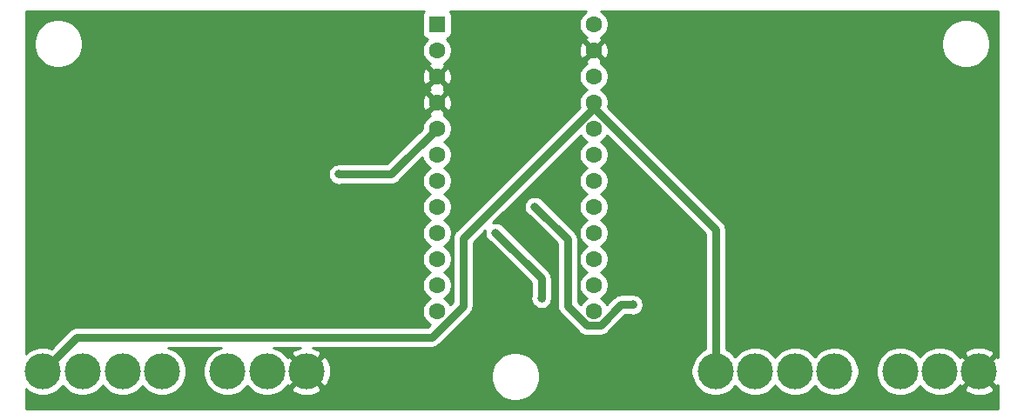
<source format=gbr>
%TF.GenerationSoftware,KiCad,Pcbnew,(5.1.10)-1*%
%TF.CreationDate,2021-09-23T19:24:58-05:00*%
%TF.ProjectId,SNES DAEMONBITE,534e4553-2044-4414-954d-4f4e42495445,rev?*%
%TF.SameCoordinates,Original*%
%TF.FileFunction,Copper,L1,Top*%
%TF.FilePolarity,Positive*%
%FSLAX46Y46*%
G04 Gerber Fmt 4.6, Leading zero omitted, Abs format (unit mm)*
G04 Created by KiCad (PCBNEW (5.1.10)-1) date 2021-09-23 19:24:58*
%MOMM*%
%LPD*%
G01*
G04 APERTURE LIST*
%TA.AperFunction,ComponentPad*%
%ADD10C,3.500000*%
%TD*%
%TA.AperFunction,ComponentPad*%
%ADD11C,1.600000*%
%TD*%
%TA.AperFunction,ComponentPad*%
%ADD12R,1.600000X1.600000*%
%TD*%
%TA.AperFunction,ViaPad*%
%ADD13C,0.800000*%
%TD*%
%TA.AperFunction,Conductor*%
%ADD14C,0.750000*%
%TD*%
%TA.AperFunction,Conductor*%
%ADD15C,0.254000*%
%TD*%
%TA.AperFunction,Conductor*%
%ADD16C,0.100000*%
%TD*%
G04 APERTURE END LIST*
D10*
%TO.P,PLAYER2,1*%
%TO.N,/VCC*%
X193455000Y-110000000D03*
%TO.P,PLAYER2,2*%
%TO.N,/CLOCK*%
X197315000Y-110000000D03*
%TO.P,PLAYER2,4*%
%TO.N,/DATA2*%
X205035000Y-110000000D03*
%TO.P,PLAYER2,3*%
%TO.N,/LATCH*%
X201215000Y-110000000D03*
%TO.P,PLAYER2,5*%
%TO.N,Net-(PLAYER2-Pad5)*%
X211415000Y-110000000D03*
%TO.P,PLAYER2,6*%
%TO.N,Net-(PLAYER2-Pad6)*%
X215265000Y-110000000D03*
%TO.P,PLAYER2,7*%
%TO.N,/GND*%
X219085000Y-110000000D03*
%TD*%
%TO.P,PLAYER1,1*%
%TO.N,/VCC*%
X128050000Y-110000000D03*
%TO.P,PLAYER1,2*%
%TO.N,/CLOCK*%
X131910000Y-110000000D03*
%TO.P,PLAYER1,4*%
%TO.N,/DATA1*%
X139630000Y-110000000D03*
%TO.P,PLAYER1,3*%
%TO.N,/LATCH*%
X135810000Y-110000000D03*
%TO.P,PLAYER1,5*%
%TO.N,Net-(PLAYER1-Pad5)*%
X146010000Y-110000000D03*
%TO.P,PLAYER1,6*%
%TO.N,Net-(PLAYER1-Pad6)*%
X149860000Y-110000000D03*
%TO.P,PLAYER1,7*%
%TO.N,/GND*%
X153680000Y-110000000D03*
%TD*%
D11*
%TO.P,MCU1,24*%
%TO.N,Net-(MCU1-Pad24)*%
X181610000Y-76200000D03*
%TO.P,MCU1,23*%
%TO.N,/GND*%
X181610000Y-78740000D03*
%TO.P,MCU1,22*%
%TO.N,Net-(MCU1-Pad22)*%
X181610000Y-81280000D03*
%TO.P,MCU1,21*%
%TO.N,/VCC*%
X181610000Y-83820000D03*
%TO.P,MCU1,20*%
%TO.N,Net-(MCU1-Pad20)*%
X181610000Y-86360000D03*
%TO.P,MCU1,19*%
%TO.N,Net-(MCU1-Pad19)*%
X181610000Y-88900000D03*
%TO.P,MCU1,18*%
%TO.N,/DATA2*%
X181610000Y-91440000D03*
%TO.P,MCU1,17*%
%TO.N,/DATA1*%
X181610000Y-93980000D03*
%TO.P,MCU1,16*%
%TO.N,Net-(MCU1-Pad16)*%
X181610000Y-96520000D03*
%TO.P,MCU1,15*%
%TO.N,Net-(MCU1-Pad15)*%
X181610000Y-99060000D03*
%TO.P,MCU1,14*%
%TO.N,Net-(MCU1-Pad14)*%
X181610000Y-101600000D03*
%TO.P,MCU1,13*%
%TO.N,Net-(MCU1-Pad13)*%
X181610000Y-104140000D03*
%TO.P,MCU1,12*%
%TO.N,Net-(MCU1-Pad12)*%
X166370000Y-104140000D03*
%TO.P,MCU1,11*%
%TO.N,Net-(MCU1-Pad11)*%
X166370000Y-101600000D03*
%TO.P,MCU1,10*%
%TO.N,Net-(MCU1-Pad10)*%
X166370000Y-99060000D03*
%TO.P,MCU1,9*%
%TO.N,Net-(MCU1-Pad9)*%
X166370000Y-96520000D03*
%TO.P,MCU1,8*%
%TO.N,Net-(MCU1-Pad8)*%
X166370000Y-93980000D03*
%TO.P,MCU1,7*%
%TO.N,Net-(MCU1-Pad7)*%
X166370000Y-91440000D03*
%TO.P,MCU1,6*%
%TO.N,/CLOCK*%
X166370000Y-88900000D03*
%TO.P,MCU1,5*%
%TO.N,/LATCH*%
X166370000Y-86360000D03*
%TO.P,MCU1,4*%
%TO.N,/GND*%
X166370000Y-83820000D03*
%TO.P,MCU1,3*%
X166370000Y-81280000D03*
%TO.P,MCU1,2*%
%TO.N,Net-(MCU1-Pad2)*%
X166370000Y-78740000D03*
D12*
%TO.P,MCU1,1*%
%TO.N,Net-(MCU1-Pad1)*%
X166370000Y-76200000D03*
%TD*%
D13*
%TO.N,/CLOCK*%
X176530000Y-102870000D03*
X172085000Y-96520000D03*
%TO.N,/LATCH*%
X156845000Y-90805000D03*
X185420000Y-103505000D03*
X175895000Y-93980000D03*
%TD*%
D14*
%TO.N,/VCC*%
X181610000Y-84324998D02*
X181610000Y-83820000D01*
X193455000Y-96169998D02*
X181610000Y-84324998D01*
X193455000Y-110000000D02*
X193455000Y-96169998D01*
X181610000Y-84324998D02*
X168910000Y-97024998D01*
X168910000Y-103635002D02*
X165865002Y-106680000D01*
X168910000Y-97024998D02*
X168910000Y-103635002D01*
X131370000Y-106680000D02*
X128050000Y-110000000D01*
X165865002Y-106680000D02*
X131370000Y-106680000D01*
%TO.N,/CLOCK*%
X176530000Y-102870000D02*
X176530000Y-100965000D01*
X176530000Y-100965000D02*
X172085000Y-96520000D01*
X172085000Y-96520000D02*
X172085000Y-96520000D01*
%TO.N,/LATCH*%
X161925000Y-90805000D02*
X166370000Y-86360000D01*
X156845000Y-90805000D02*
X161925000Y-90805000D01*
X180949999Y-105515001D02*
X179070000Y-103635002D01*
X182270001Y-105515001D02*
X180949999Y-105515001D01*
X184280002Y-103505000D02*
X182270001Y-105515001D01*
X185420000Y-103505000D02*
X184280002Y-103505000D01*
X179070000Y-103635002D02*
X179070000Y-97155000D01*
X179070000Y-97155000D02*
X175895000Y-93980000D01*
X175895000Y-93980000D02*
X175895000Y-93980000D01*
%TD*%
D15*
%TO.N,/GND*%
X165039463Y-75045506D02*
X164980498Y-75155820D01*
X164944188Y-75275518D01*
X164931928Y-75400000D01*
X164931928Y-77000000D01*
X164944188Y-77124482D01*
X164980498Y-77244180D01*
X165039463Y-77354494D01*
X165118815Y-77451185D01*
X165215506Y-77530537D01*
X165325820Y-77589502D01*
X165445518Y-77625812D01*
X165453961Y-77626643D01*
X165255363Y-77825241D01*
X165098320Y-78060273D01*
X164990147Y-78321426D01*
X164935000Y-78598665D01*
X164935000Y-78881335D01*
X164990147Y-79158574D01*
X165098320Y-79419727D01*
X165255363Y-79654759D01*
X165455241Y-79854637D01*
X165689128Y-80010915D01*
X165628486Y-80043329D01*
X165556903Y-80287298D01*
X166370000Y-81100395D01*
X167183097Y-80287298D01*
X167111514Y-80043329D01*
X167047008Y-80012806D01*
X167049727Y-80011680D01*
X167284759Y-79854637D01*
X167484637Y-79654759D01*
X167641680Y-79419727D01*
X167749853Y-79158574D01*
X167805000Y-78881335D01*
X167805000Y-78810512D01*
X180169783Y-78810512D01*
X180211213Y-79090130D01*
X180306397Y-79356292D01*
X180373329Y-79481514D01*
X180617298Y-79553097D01*
X181430395Y-78740000D01*
X181789605Y-78740000D01*
X182602702Y-79553097D01*
X182846671Y-79481514D01*
X182967571Y-79226004D01*
X183036300Y-78951816D01*
X183050217Y-78669488D01*
X183008787Y-78389870D01*
X182913603Y-78123708D01*
X182846671Y-77998486D01*
X182602702Y-77926903D01*
X181789605Y-78740000D01*
X181430395Y-78740000D01*
X180617298Y-77926903D01*
X180373329Y-77998486D01*
X180252429Y-78253996D01*
X180183700Y-78528184D01*
X180169783Y-78810512D01*
X167805000Y-78810512D01*
X167805000Y-78598665D01*
X167749853Y-78321426D01*
X167641680Y-78060273D01*
X167484637Y-77825241D01*
X167286039Y-77626643D01*
X167294482Y-77625812D01*
X167414180Y-77589502D01*
X167524494Y-77530537D01*
X167621185Y-77451185D01*
X167700537Y-77354494D01*
X167759502Y-77244180D01*
X167795812Y-77124482D01*
X167808072Y-77000000D01*
X167808072Y-75400000D01*
X167795812Y-75275518D01*
X167759502Y-75155820D01*
X167700537Y-75045506D01*
X167626261Y-74955000D01*
X180890343Y-74955000D01*
X180695241Y-75085363D01*
X180495363Y-75285241D01*
X180338320Y-75520273D01*
X180230147Y-75781426D01*
X180175000Y-76058665D01*
X180175000Y-76341335D01*
X180230147Y-76618574D01*
X180338320Y-76879727D01*
X180495363Y-77114759D01*
X180695241Y-77314637D01*
X180929128Y-77470915D01*
X180868486Y-77503329D01*
X180796903Y-77747298D01*
X181610000Y-78560395D01*
X182300297Y-77870098D01*
X215420000Y-77870098D01*
X215420000Y-78339902D01*
X215511654Y-78800679D01*
X215691440Y-79234721D01*
X215952450Y-79625349D01*
X216284651Y-79957550D01*
X216675279Y-80218560D01*
X217109321Y-80398346D01*
X217570098Y-80490000D01*
X218039902Y-80490000D01*
X218500679Y-80398346D01*
X218934721Y-80218560D01*
X219325349Y-79957550D01*
X219657550Y-79625349D01*
X219918560Y-79234721D01*
X220098346Y-78800679D01*
X220190000Y-78339902D01*
X220190000Y-77870098D01*
X220098346Y-77409321D01*
X219918560Y-76975279D01*
X219657550Y-76584651D01*
X219325349Y-76252450D01*
X218934721Y-75991440D01*
X218500679Y-75811654D01*
X218039902Y-75720000D01*
X217570098Y-75720000D01*
X217109321Y-75811654D01*
X216675279Y-75991440D01*
X216284651Y-76252450D01*
X215952450Y-76584651D01*
X215691440Y-76975279D01*
X215511654Y-77409321D01*
X215420000Y-77870098D01*
X182300297Y-77870098D01*
X182423097Y-77747298D01*
X182351514Y-77503329D01*
X182287008Y-77472806D01*
X182289727Y-77471680D01*
X182524759Y-77314637D01*
X182724637Y-77114759D01*
X182881680Y-76879727D01*
X182989853Y-76618574D01*
X183045000Y-76341335D01*
X183045000Y-76058665D01*
X182989853Y-75781426D01*
X182881680Y-75520273D01*
X182724637Y-75285241D01*
X182524759Y-75085363D01*
X182329657Y-74955000D01*
X220955001Y-74955000D01*
X220955000Y-108619296D01*
X220754609Y-108509997D01*
X219264605Y-110000000D01*
X220754609Y-111490003D01*
X220955000Y-111380704D01*
X220955000Y-113640000D01*
X126390000Y-113640000D01*
X126390000Y-111712899D01*
X126529651Y-111852550D01*
X126920279Y-112113560D01*
X127354321Y-112293346D01*
X127815098Y-112385000D01*
X128284902Y-112385000D01*
X128745679Y-112293346D01*
X129179721Y-112113560D01*
X129570349Y-111852550D01*
X129902550Y-111520349D01*
X129980000Y-111404437D01*
X130057450Y-111520349D01*
X130389651Y-111852550D01*
X130780279Y-112113560D01*
X131214321Y-112293346D01*
X131675098Y-112385000D01*
X132144902Y-112385000D01*
X132605679Y-112293346D01*
X133039721Y-112113560D01*
X133430349Y-111852550D01*
X133762550Y-111520349D01*
X133860000Y-111374505D01*
X133957450Y-111520349D01*
X134289651Y-111852550D01*
X134680279Y-112113560D01*
X135114321Y-112293346D01*
X135575098Y-112385000D01*
X136044902Y-112385000D01*
X136505679Y-112293346D01*
X136939721Y-112113560D01*
X137330349Y-111852550D01*
X137662550Y-111520349D01*
X137720000Y-111434369D01*
X137777450Y-111520349D01*
X138109651Y-111852550D01*
X138500279Y-112113560D01*
X138934321Y-112293346D01*
X139395098Y-112385000D01*
X139864902Y-112385000D01*
X140325679Y-112293346D01*
X140759721Y-112113560D01*
X141150349Y-111852550D01*
X141482550Y-111520349D01*
X141743560Y-111129721D01*
X141923346Y-110695679D01*
X142015000Y-110234902D01*
X142015000Y-109765098D01*
X141923346Y-109304321D01*
X141743560Y-108870279D01*
X141482550Y-108479651D01*
X141150349Y-108147450D01*
X140759721Y-107886440D01*
X140325679Y-107706654D01*
X140241953Y-107690000D01*
X145398047Y-107690000D01*
X145314321Y-107706654D01*
X144880279Y-107886440D01*
X144489651Y-108147450D01*
X144157450Y-108479651D01*
X143896440Y-108870279D01*
X143716654Y-109304321D01*
X143625000Y-109765098D01*
X143625000Y-110234902D01*
X143716654Y-110695679D01*
X143896440Y-111129721D01*
X144157450Y-111520349D01*
X144489651Y-111852550D01*
X144880279Y-112113560D01*
X145314321Y-112293346D01*
X145775098Y-112385000D01*
X146244902Y-112385000D01*
X146705679Y-112293346D01*
X147139721Y-112113560D01*
X147530349Y-111852550D01*
X147862550Y-111520349D01*
X147935000Y-111411920D01*
X148007450Y-111520349D01*
X148339651Y-111852550D01*
X148730279Y-112113560D01*
X149164321Y-112293346D01*
X149625098Y-112385000D01*
X150094902Y-112385000D01*
X150555679Y-112293346D01*
X150989721Y-112113560D01*
X151380349Y-111852550D01*
X151563290Y-111669609D01*
X152189997Y-111669609D01*
X152376073Y-112010766D01*
X152793409Y-112226513D01*
X153244815Y-112356696D01*
X153712946Y-112396313D01*
X154179811Y-112343842D01*
X154627468Y-112201297D01*
X154983927Y-112010766D01*
X155170003Y-111669609D01*
X153680000Y-110179605D01*
X152189997Y-111669609D01*
X151563290Y-111669609D01*
X151712550Y-111520349D01*
X151806964Y-111379049D01*
X152010391Y-111490003D01*
X153500395Y-110000000D01*
X153859605Y-110000000D01*
X155349609Y-111490003D01*
X155690766Y-111303927D01*
X155906513Y-110886591D01*
X156036696Y-110435185D01*
X156051936Y-110255098D01*
X171605000Y-110255098D01*
X171605000Y-110724902D01*
X171696654Y-111185679D01*
X171876440Y-111619721D01*
X172137450Y-112010349D01*
X172469651Y-112342550D01*
X172860279Y-112603560D01*
X173294321Y-112783346D01*
X173755098Y-112875000D01*
X174224902Y-112875000D01*
X174685679Y-112783346D01*
X175119721Y-112603560D01*
X175510349Y-112342550D01*
X175842550Y-112010349D01*
X176103560Y-111619721D01*
X176283346Y-111185679D01*
X176375000Y-110724902D01*
X176375000Y-110255098D01*
X176283346Y-109794321D01*
X176103560Y-109360279D01*
X175842550Y-108969651D01*
X175510349Y-108637450D01*
X175119721Y-108376440D01*
X174685679Y-108196654D01*
X174224902Y-108105000D01*
X173755098Y-108105000D01*
X173294321Y-108196654D01*
X172860279Y-108376440D01*
X172469651Y-108637450D01*
X172137450Y-108969651D01*
X171876440Y-109360279D01*
X171696654Y-109794321D01*
X171605000Y-110255098D01*
X156051936Y-110255098D01*
X156076313Y-109967054D01*
X156023842Y-109500189D01*
X155881297Y-109052532D01*
X155690766Y-108696073D01*
X155349609Y-108509997D01*
X153859605Y-110000000D01*
X153500395Y-110000000D01*
X152010391Y-108509997D01*
X151806964Y-108620951D01*
X151712550Y-108479651D01*
X151380349Y-108147450D01*
X150989721Y-107886440D01*
X150555679Y-107706654D01*
X150471953Y-107690000D01*
X153073910Y-107690000D01*
X152732532Y-107798703D01*
X152376073Y-107989234D01*
X152189997Y-108330391D01*
X153680000Y-109820395D01*
X155170003Y-108330391D01*
X154983927Y-107989234D01*
X154566591Y-107773487D01*
X154277102Y-107690000D01*
X165815394Y-107690000D01*
X165865002Y-107694886D01*
X166062996Y-107675385D01*
X166126379Y-107656158D01*
X166253382Y-107617632D01*
X166428842Y-107523847D01*
X166582635Y-107397633D01*
X166614263Y-107359094D01*
X169589100Y-104384258D01*
X169627633Y-104352635D01*
X169753847Y-104198842D01*
X169847632Y-104023382D01*
X169905385Y-103832996D01*
X169920000Y-103684610D01*
X169920000Y-103684601D01*
X169924885Y-103635003D01*
X169920000Y-103585405D01*
X169920000Y-97443353D01*
X171075999Y-96287354D01*
X171050000Y-96418061D01*
X171050000Y-96621939D01*
X171089774Y-96821898D01*
X171167795Y-97010256D01*
X171281063Y-97179774D01*
X171425226Y-97323937D01*
X171531777Y-97395132D01*
X175520001Y-101383356D01*
X175520000Y-102642376D01*
X175495000Y-102768061D01*
X175495000Y-102971939D01*
X175534774Y-103171898D01*
X175612795Y-103360256D01*
X175726063Y-103529774D01*
X175870226Y-103673937D01*
X176039744Y-103787205D01*
X176228102Y-103865226D01*
X176428061Y-103905000D01*
X176631939Y-103905000D01*
X176831898Y-103865226D01*
X177020256Y-103787205D01*
X177189774Y-103673937D01*
X177333937Y-103529774D01*
X177447205Y-103360256D01*
X177525226Y-103171898D01*
X177565000Y-102971939D01*
X177565000Y-102768061D01*
X177540000Y-102642377D01*
X177540000Y-101014604D01*
X177544886Y-100964999D01*
X177540000Y-100915392D01*
X177525385Y-100767006D01*
X177467632Y-100576620D01*
X177373847Y-100401160D01*
X177247633Y-100247367D01*
X177209094Y-100215739D01*
X172960132Y-95966777D01*
X172888937Y-95860226D01*
X172744774Y-95716063D01*
X172575256Y-95602795D01*
X172386898Y-95524774D01*
X172186939Y-95485000D01*
X171983061Y-95485000D01*
X171852354Y-95510999D01*
X180334016Y-87029337D01*
X180338320Y-87039727D01*
X180495363Y-87274759D01*
X180695241Y-87474637D01*
X180927759Y-87630000D01*
X180695241Y-87785363D01*
X180495363Y-87985241D01*
X180338320Y-88220273D01*
X180230147Y-88481426D01*
X180175000Y-88758665D01*
X180175000Y-89041335D01*
X180230147Y-89318574D01*
X180338320Y-89579727D01*
X180495363Y-89814759D01*
X180695241Y-90014637D01*
X180927759Y-90170000D01*
X180695241Y-90325363D01*
X180495363Y-90525241D01*
X180338320Y-90760273D01*
X180230147Y-91021426D01*
X180175000Y-91298665D01*
X180175000Y-91581335D01*
X180230147Y-91858574D01*
X180338320Y-92119727D01*
X180495363Y-92354759D01*
X180695241Y-92554637D01*
X180927759Y-92710000D01*
X180695241Y-92865363D01*
X180495363Y-93065241D01*
X180338320Y-93300273D01*
X180230147Y-93561426D01*
X180175000Y-93838665D01*
X180175000Y-94121335D01*
X180230147Y-94398574D01*
X180338320Y-94659727D01*
X180495363Y-94894759D01*
X180695241Y-95094637D01*
X180927759Y-95250000D01*
X180695241Y-95405363D01*
X180495363Y-95605241D01*
X180338320Y-95840273D01*
X180230147Y-96101426D01*
X180175000Y-96378665D01*
X180175000Y-96661335D01*
X180230147Y-96938574D01*
X180338320Y-97199727D01*
X180495363Y-97434759D01*
X180695241Y-97634637D01*
X180927759Y-97790000D01*
X180695241Y-97945363D01*
X180495363Y-98145241D01*
X180338320Y-98380273D01*
X180230147Y-98641426D01*
X180175000Y-98918665D01*
X180175000Y-99201335D01*
X180230147Y-99478574D01*
X180338320Y-99739727D01*
X180495363Y-99974759D01*
X180695241Y-100174637D01*
X180927759Y-100330000D01*
X180695241Y-100485363D01*
X180495363Y-100685241D01*
X180338320Y-100920273D01*
X180230147Y-101181426D01*
X180175000Y-101458665D01*
X180175000Y-101741335D01*
X180230147Y-102018574D01*
X180338320Y-102279727D01*
X180495363Y-102514759D01*
X180695241Y-102714637D01*
X180927759Y-102870000D01*
X180695241Y-103025363D01*
X180495363Y-103225241D01*
X180338320Y-103460273D01*
X180334016Y-103470663D01*
X180080000Y-103216647D01*
X180080000Y-97204604D01*
X180084886Y-97154999D01*
X180077877Y-97083840D01*
X180065385Y-96957006D01*
X180007632Y-96766620D01*
X179913847Y-96591160D01*
X179787633Y-96437367D01*
X179749094Y-96405739D01*
X176770132Y-93426777D01*
X176698937Y-93320226D01*
X176554774Y-93176063D01*
X176385256Y-93062795D01*
X176196898Y-92984774D01*
X175996939Y-92945000D01*
X175793061Y-92945000D01*
X175593102Y-92984774D01*
X175404744Y-93062795D01*
X175235226Y-93176063D01*
X175091063Y-93320226D01*
X174977795Y-93489744D01*
X174899774Y-93678102D01*
X174860000Y-93878061D01*
X174860000Y-94081939D01*
X174899774Y-94281898D01*
X174977795Y-94470256D01*
X175091063Y-94639774D01*
X175235226Y-94783937D01*
X175341777Y-94855132D01*
X178060001Y-97573356D01*
X178060000Y-103585394D01*
X178055114Y-103635002D01*
X178074615Y-103832996D01*
X178096457Y-103905000D01*
X178132368Y-104023381D01*
X178226153Y-104198842D01*
X178352367Y-104352635D01*
X178390906Y-104384263D01*
X180200738Y-106194095D01*
X180232366Y-106232634D01*
X180386159Y-106358848D01*
X180561619Y-106452633D01*
X180752005Y-106510386D01*
X180900391Y-106525001D01*
X180900393Y-106525001D01*
X180949998Y-106529887D01*
X180999603Y-106525001D01*
X182220393Y-106525001D01*
X182270001Y-106529887D01*
X182467995Y-106510386D01*
X182561551Y-106482006D01*
X182658381Y-106452633D01*
X182833841Y-106358848D01*
X182987634Y-106232634D01*
X183019262Y-106194095D01*
X184698358Y-104515000D01*
X185192377Y-104515000D01*
X185318061Y-104540000D01*
X185521939Y-104540000D01*
X185721898Y-104500226D01*
X185910256Y-104422205D01*
X186079774Y-104308937D01*
X186223937Y-104164774D01*
X186337205Y-103995256D01*
X186415226Y-103806898D01*
X186455000Y-103606939D01*
X186455000Y-103403061D01*
X186415226Y-103203102D01*
X186337205Y-103014744D01*
X186223937Y-102845226D01*
X186079774Y-102701063D01*
X185910256Y-102587795D01*
X185721898Y-102509774D01*
X185521939Y-102470000D01*
X185318061Y-102470000D01*
X185192377Y-102495000D01*
X184329610Y-102495000D01*
X184280002Y-102490114D01*
X184082007Y-102509615D01*
X183891622Y-102567368D01*
X183716162Y-102661153D01*
X183562369Y-102787367D01*
X183530746Y-102825900D01*
X182885984Y-103470663D01*
X182881680Y-103460273D01*
X182724637Y-103225241D01*
X182524759Y-103025363D01*
X182292241Y-102870000D01*
X182524759Y-102714637D01*
X182724637Y-102514759D01*
X182881680Y-102279727D01*
X182989853Y-102018574D01*
X183045000Y-101741335D01*
X183045000Y-101458665D01*
X182989853Y-101181426D01*
X182881680Y-100920273D01*
X182724637Y-100685241D01*
X182524759Y-100485363D01*
X182292241Y-100330000D01*
X182524759Y-100174637D01*
X182724637Y-99974759D01*
X182881680Y-99739727D01*
X182989853Y-99478574D01*
X183045000Y-99201335D01*
X183045000Y-98918665D01*
X182989853Y-98641426D01*
X182881680Y-98380273D01*
X182724637Y-98145241D01*
X182524759Y-97945363D01*
X182292241Y-97790000D01*
X182524759Y-97634637D01*
X182724637Y-97434759D01*
X182881680Y-97199727D01*
X182989853Y-96938574D01*
X183045000Y-96661335D01*
X183045000Y-96378665D01*
X182989853Y-96101426D01*
X182881680Y-95840273D01*
X182724637Y-95605241D01*
X182524759Y-95405363D01*
X182292241Y-95250000D01*
X182524759Y-95094637D01*
X182724637Y-94894759D01*
X182881680Y-94659727D01*
X182989853Y-94398574D01*
X183045000Y-94121335D01*
X183045000Y-93838665D01*
X182989853Y-93561426D01*
X182881680Y-93300273D01*
X182724637Y-93065241D01*
X182524759Y-92865363D01*
X182292241Y-92710000D01*
X182524759Y-92554637D01*
X182724637Y-92354759D01*
X182881680Y-92119727D01*
X182989853Y-91858574D01*
X183045000Y-91581335D01*
X183045000Y-91298665D01*
X182989853Y-91021426D01*
X182881680Y-90760273D01*
X182724637Y-90525241D01*
X182524759Y-90325363D01*
X182292241Y-90170000D01*
X182524759Y-90014637D01*
X182724637Y-89814759D01*
X182881680Y-89579727D01*
X182989853Y-89318574D01*
X183045000Y-89041335D01*
X183045000Y-88758665D01*
X182989853Y-88481426D01*
X182881680Y-88220273D01*
X182724637Y-87985241D01*
X182524759Y-87785363D01*
X182292241Y-87630000D01*
X182524759Y-87474637D01*
X182724637Y-87274759D01*
X182881680Y-87039727D01*
X182885984Y-87029337D01*
X192445001Y-96588355D01*
X192445000Y-107836850D01*
X192325279Y-107886440D01*
X191934651Y-108147450D01*
X191602450Y-108479651D01*
X191341440Y-108870279D01*
X191161654Y-109304321D01*
X191070000Y-109765098D01*
X191070000Y-110234902D01*
X191161654Y-110695679D01*
X191341440Y-111129721D01*
X191602450Y-111520349D01*
X191934651Y-111852550D01*
X192325279Y-112113560D01*
X192759321Y-112293346D01*
X193220098Y-112385000D01*
X193689902Y-112385000D01*
X194150679Y-112293346D01*
X194584721Y-112113560D01*
X194975349Y-111852550D01*
X195307550Y-111520349D01*
X195385000Y-111404437D01*
X195462450Y-111520349D01*
X195794651Y-111852550D01*
X196185279Y-112113560D01*
X196619321Y-112293346D01*
X197080098Y-112385000D01*
X197549902Y-112385000D01*
X198010679Y-112293346D01*
X198444721Y-112113560D01*
X198835349Y-111852550D01*
X199167550Y-111520349D01*
X199265000Y-111374505D01*
X199362450Y-111520349D01*
X199694651Y-111852550D01*
X200085279Y-112113560D01*
X200519321Y-112293346D01*
X200980098Y-112385000D01*
X201449902Y-112385000D01*
X201910679Y-112293346D01*
X202344721Y-112113560D01*
X202735349Y-111852550D01*
X203067550Y-111520349D01*
X203125000Y-111434369D01*
X203182450Y-111520349D01*
X203514651Y-111852550D01*
X203905279Y-112113560D01*
X204339321Y-112293346D01*
X204800098Y-112385000D01*
X205269902Y-112385000D01*
X205730679Y-112293346D01*
X206164721Y-112113560D01*
X206555349Y-111852550D01*
X206887550Y-111520349D01*
X207148560Y-111129721D01*
X207328346Y-110695679D01*
X207420000Y-110234902D01*
X207420000Y-109765098D01*
X209030000Y-109765098D01*
X209030000Y-110234902D01*
X209121654Y-110695679D01*
X209301440Y-111129721D01*
X209562450Y-111520349D01*
X209894651Y-111852550D01*
X210285279Y-112113560D01*
X210719321Y-112293346D01*
X211180098Y-112385000D01*
X211649902Y-112385000D01*
X212110679Y-112293346D01*
X212544721Y-112113560D01*
X212935349Y-111852550D01*
X213267550Y-111520349D01*
X213340000Y-111411920D01*
X213412450Y-111520349D01*
X213744651Y-111852550D01*
X214135279Y-112113560D01*
X214569321Y-112293346D01*
X215030098Y-112385000D01*
X215499902Y-112385000D01*
X215960679Y-112293346D01*
X216394721Y-112113560D01*
X216785349Y-111852550D01*
X216968290Y-111669609D01*
X217594997Y-111669609D01*
X217781073Y-112010766D01*
X218198409Y-112226513D01*
X218649815Y-112356696D01*
X219117946Y-112396313D01*
X219584811Y-112343842D01*
X220032468Y-112201297D01*
X220388927Y-112010766D01*
X220575003Y-111669609D01*
X219085000Y-110179605D01*
X217594997Y-111669609D01*
X216968290Y-111669609D01*
X217117550Y-111520349D01*
X217211964Y-111379049D01*
X217415391Y-111490003D01*
X218905395Y-110000000D01*
X217415391Y-108509997D01*
X217211964Y-108620951D01*
X217117550Y-108479651D01*
X216968290Y-108330391D01*
X217594997Y-108330391D01*
X219085000Y-109820395D01*
X220575003Y-108330391D01*
X220388927Y-107989234D01*
X219971591Y-107773487D01*
X219520185Y-107643304D01*
X219052054Y-107603687D01*
X218585189Y-107656158D01*
X218137532Y-107798703D01*
X217781073Y-107989234D01*
X217594997Y-108330391D01*
X216968290Y-108330391D01*
X216785349Y-108147450D01*
X216394721Y-107886440D01*
X215960679Y-107706654D01*
X215499902Y-107615000D01*
X215030098Y-107615000D01*
X214569321Y-107706654D01*
X214135279Y-107886440D01*
X213744651Y-108147450D01*
X213412450Y-108479651D01*
X213340000Y-108588080D01*
X213267550Y-108479651D01*
X212935349Y-108147450D01*
X212544721Y-107886440D01*
X212110679Y-107706654D01*
X211649902Y-107615000D01*
X211180098Y-107615000D01*
X210719321Y-107706654D01*
X210285279Y-107886440D01*
X209894651Y-108147450D01*
X209562450Y-108479651D01*
X209301440Y-108870279D01*
X209121654Y-109304321D01*
X209030000Y-109765098D01*
X207420000Y-109765098D01*
X207328346Y-109304321D01*
X207148560Y-108870279D01*
X206887550Y-108479651D01*
X206555349Y-108147450D01*
X206164721Y-107886440D01*
X205730679Y-107706654D01*
X205269902Y-107615000D01*
X204800098Y-107615000D01*
X204339321Y-107706654D01*
X203905279Y-107886440D01*
X203514651Y-108147450D01*
X203182450Y-108479651D01*
X203125000Y-108565631D01*
X203067550Y-108479651D01*
X202735349Y-108147450D01*
X202344721Y-107886440D01*
X201910679Y-107706654D01*
X201449902Y-107615000D01*
X200980098Y-107615000D01*
X200519321Y-107706654D01*
X200085279Y-107886440D01*
X199694651Y-108147450D01*
X199362450Y-108479651D01*
X199265000Y-108625495D01*
X199167550Y-108479651D01*
X198835349Y-108147450D01*
X198444721Y-107886440D01*
X198010679Y-107706654D01*
X197549902Y-107615000D01*
X197080098Y-107615000D01*
X196619321Y-107706654D01*
X196185279Y-107886440D01*
X195794651Y-108147450D01*
X195462450Y-108479651D01*
X195385000Y-108595563D01*
X195307550Y-108479651D01*
X194975349Y-108147450D01*
X194584721Y-107886440D01*
X194465000Y-107836850D01*
X194465000Y-96219606D01*
X194469886Y-96169998D01*
X194450385Y-95972003D01*
X194392632Y-95781618D01*
X194357592Y-95716063D01*
X194298847Y-95606158D01*
X194172633Y-95452365D01*
X194134100Y-95420742D01*
X182978746Y-84265389D01*
X182989853Y-84238574D01*
X183045000Y-83961335D01*
X183045000Y-83678665D01*
X182989853Y-83401426D01*
X182881680Y-83140273D01*
X182724637Y-82905241D01*
X182524759Y-82705363D01*
X182292241Y-82550000D01*
X182524759Y-82394637D01*
X182724637Y-82194759D01*
X182881680Y-81959727D01*
X182989853Y-81698574D01*
X183045000Y-81421335D01*
X183045000Y-81138665D01*
X182989853Y-80861426D01*
X182881680Y-80600273D01*
X182724637Y-80365241D01*
X182524759Y-80165363D01*
X182290872Y-80009085D01*
X182351514Y-79976671D01*
X182423097Y-79732702D01*
X181610000Y-78919605D01*
X180796903Y-79732702D01*
X180868486Y-79976671D01*
X180932992Y-80007194D01*
X180930273Y-80008320D01*
X180695241Y-80165363D01*
X180495363Y-80365241D01*
X180338320Y-80600273D01*
X180230147Y-80861426D01*
X180175000Y-81138665D01*
X180175000Y-81421335D01*
X180230147Y-81698574D01*
X180338320Y-81959727D01*
X180495363Y-82194759D01*
X180695241Y-82394637D01*
X180927759Y-82550000D01*
X180695241Y-82705363D01*
X180495363Y-82905241D01*
X180338320Y-83140273D01*
X180230147Y-83401426D01*
X180175000Y-83678665D01*
X180175000Y-83961335D01*
X180230147Y-84238574D01*
X180241254Y-84265389D01*
X168230906Y-96275737D01*
X168192367Y-96307365D01*
X168066153Y-96461158D01*
X167996667Y-96591159D01*
X167972368Y-96636619D01*
X167914615Y-96827004D01*
X167895114Y-97024998D01*
X167900000Y-97074606D01*
X167900001Y-103216645D01*
X167645984Y-103470663D01*
X167641680Y-103460273D01*
X167484637Y-103225241D01*
X167284759Y-103025363D01*
X167052241Y-102870000D01*
X167284759Y-102714637D01*
X167484637Y-102514759D01*
X167641680Y-102279727D01*
X167749853Y-102018574D01*
X167805000Y-101741335D01*
X167805000Y-101458665D01*
X167749853Y-101181426D01*
X167641680Y-100920273D01*
X167484637Y-100685241D01*
X167284759Y-100485363D01*
X167052241Y-100330000D01*
X167284759Y-100174637D01*
X167484637Y-99974759D01*
X167641680Y-99739727D01*
X167749853Y-99478574D01*
X167805000Y-99201335D01*
X167805000Y-98918665D01*
X167749853Y-98641426D01*
X167641680Y-98380273D01*
X167484637Y-98145241D01*
X167284759Y-97945363D01*
X167052241Y-97790000D01*
X167284759Y-97634637D01*
X167484637Y-97434759D01*
X167641680Y-97199727D01*
X167749853Y-96938574D01*
X167805000Y-96661335D01*
X167805000Y-96378665D01*
X167749853Y-96101426D01*
X167641680Y-95840273D01*
X167484637Y-95605241D01*
X167284759Y-95405363D01*
X167052241Y-95250000D01*
X167284759Y-95094637D01*
X167484637Y-94894759D01*
X167641680Y-94659727D01*
X167749853Y-94398574D01*
X167805000Y-94121335D01*
X167805000Y-93838665D01*
X167749853Y-93561426D01*
X167641680Y-93300273D01*
X167484637Y-93065241D01*
X167284759Y-92865363D01*
X167052241Y-92710000D01*
X167284759Y-92554637D01*
X167484637Y-92354759D01*
X167641680Y-92119727D01*
X167749853Y-91858574D01*
X167805000Y-91581335D01*
X167805000Y-91298665D01*
X167749853Y-91021426D01*
X167641680Y-90760273D01*
X167484637Y-90525241D01*
X167284759Y-90325363D01*
X167052241Y-90170000D01*
X167284759Y-90014637D01*
X167484637Y-89814759D01*
X167641680Y-89579727D01*
X167749853Y-89318574D01*
X167805000Y-89041335D01*
X167805000Y-88758665D01*
X167749853Y-88481426D01*
X167641680Y-88220273D01*
X167484637Y-87985241D01*
X167284759Y-87785363D01*
X167052241Y-87630000D01*
X167284759Y-87474637D01*
X167484637Y-87274759D01*
X167641680Y-87039727D01*
X167749853Y-86778574D01*
X167805000Y-86501335D01*
X167805000Y-86218665D01*
X167749853Y-85941426D01*
X167641680Y-85680273D01*
X167484637Y-85445241D01*
X167284759Y-85245363D01*
X167050872Y-85089085D01*
X167111514Y-85056671D01*
X167183097Y-84812702D01*
X166370000Y-83999605D01*
X165556903Y-84812702D01*
X165628486Y-85056671D01*
X165692992Y-85087194D01*
X165690273Y-85088320D01*
X165455241Y-85245363D01*
X165255363Y-85445241D01*
X165098320Y-85680273D01*
X164990147Y-85941426D01*
X164935000Y-86218665D01*
X164935000Y-86366645D01*
X161506645Y-89795000D01*
X157072623Y-89795000D01*
X156946939Y-89770000D01*
X156743061Y-89770000D01*
X156543102Y-89809774D01*
X156354744Y-89887795D01*
X156185226Y-90001063D01*
X156041063Y-90145226D01*
X155927795Y-90314744D01*
X155849774Y-90503102D01*
X155810000Y-90703061D01*
X155810000Y-90906939D01*
X155849774Y-91106898D01*
X155927795Y-91295256D01*
X156041063Y-91464774D01*
X156185226Y-91608937D01*
X156354744Y-91722205D01*
X156543102Y-91800226D01*
X156743061Y-91840000D01*
X156946939Y-91840000D01*
X157072623Y-91815000D01*
X161875392Y-91815000D01*
X161925000Y-91819886D01*
X162122994Y-91800385D01*
X162123518Y-91800226D01*
X162313380Y-91742632D01*
X162488840Y-91648847D01*
X162642633Y-91522633D01*
X162674261Y-91484094D01*
X164965199Y-89193156D01*
X164990147Y-89318574D01*
X165098320Y-89579727D01*
X165255363Y-89814759D01*
X165455241Y-90014637D01*
X165687759Y-90170000D01*
X165455241Y-90325363D01*
X165255363Y-90525241D01*
X165098320Y-90760273D01*
X164990147Y-91021426D01*
X164935000Y-91298665D01*
X164935000Y-91581335D01*
X164990147Y-91858574D01*
X165098320Y-92119727D01*
X165255363Y-92354759D01*
X165455241Y-92554637D01*
X165687759Y-92710000D01*
X165455241Y-92865363D01*
X165255363Y-93065241D01*
X165098320Y-93300273D01*
X164990147Y-93561426D01*
X164935000Y-93838665D01*
X164935000Y-94121335D01*
X164990147Y-94398574D01*
X165098320Y-94659727D01*
X165255363Y-94894759D01*
X165455241Y-95094637D01*
X165687759Y-95250000D01*
X165455241Y-95405363D01*
X165255363Y-95605241D01*
X165098320Y-95840273D01*
X164990147Y-96101426D01*
X164935000Y-96378665D01*
X164935000Y-96661335D01*
X164990147Y-96938574D01*
X165098320Y-97199727D01*
X165255363Y-97434759D01*
X165455241Y-97634637D01*
X165687759Y-97790000D01*
X165455241Y-97945363D01*
X165255363Y-98145241D01*
X165098320Y-98380273D01*
X164990147Y-98641426D01*
X164935000Y-98918665D01*
X164935000Y-99201335D01*
X164990147Y-99478574D01*
X165098320Y-99739727D01*
X165255363Y-99974759D01*
X165455241Y-100174637D01*
X165687759Y-100330000D01*
X165455241Y-100485363D01*
X165255363Y-100685241D01*
X165098320Y-100920273D01*
X164990147Y-101181426D01*
X164935000Y-101458665D01*
X164935000Y-101741335D01*
X164990147Y-102018574D01*
X165098320Y-102279727D01*
X165255363Y-102514759D01*
X165455241Y-102714637D01*
X165687759Y-102870000D01*
X165455241Y-103025363D01*
X165255363Y-103225241D01*
X165098320Y-103460273D01*
X164990147Y-103721426D01*
X164935000Y-103998665D01*
X164935000Y-104281335D01*
X164990147Y-104558574D01*
X165098320Y-104819727D01*
X165255363Y-105054759D01*
X165455241Y-105254637D01*
X165690273Y-105411680D01*
X165700663Y-105415984D01*
X165446647Y-105670000D01*
X131419607Y-105670000D01*
X131369999Y-105665114D01*
X131172005Y-105684615D01*
X130981620Y-105742368D01*
X130806160Y-105836153D01*
X130652367Y-105962367D01*
X130620739Y-106000906D01*
X128865401Y-107756244D01*
X128745679Y-107706654D01*
X128284902Y-107615000D01*
X127815098Y-107615000D01*
X127354321Y-107706654D01*
X126920279Y-107886440D01*
X126529651Y-108147450D01*
X126390000Y-108287101D01*
X126390000Y-83890512D01*
X164929783Y-83890512D01*
X164971213Y-84170130D01*
X165066397Y-84436292D01*
X165133329Y-84561514D01*
X165377298Y-84633097D01*
X166190395Y-83820000D01*
X166549605Y-83820000D01*
X167362702Y-84633097D01*
X167606671Y-84561514D01*
X167727571Y-84306004D01*
X167796300Y-84031816D01*
X167810217Y-83749488D01*
X167768787Y-83469870D01*
X167673603Y-83203708D01*
X167606671Y-83078486D01*
X167362702Y-83006903D01*
X166549605Y-83820000D01*
X166190395Y-83820000D01*
X165377298Y-83006903D01*
X165133329Y-83078486D01*
X165012429Y-83333996D01*
X164943700Y-83608184D01*
X164929783Y-83890512D01*
X126390000Y-83890512D01*
X126390000Y-82272702D01*
X165556903Y-82272702D01*
X165628486Y-82516671D01*
X165694636Y-82547971D01*
X165628486Y-82583329D01*
X165556903Y-82827298D01*
X166370000Y-83640395D01*
X167183097Y-82827298D01*
X167111514Y-82583329D01*
X167045364Y-82552029D01*
X167111514Y-82516671D01*
X167183097Y-82272702D01*
X166370000Y-81459605D01*
X165556903Y-82272702D01*
X126390000Y-82272702D01*
X126390000Y-81350512D01*
X164929783Y-81350512D01*
X164971213Y-81630130D01*
X165066397Y-81896292D01*
X165133329Y-82021514D01*
X165377298Y-82093097D01*
X166190395Y-81280000D01*
X166549605Y-81280000D01*
X167362702Y-82093097D01*
X167606671Y-82021514D01*
X167727571Y-81766004D01*
X167796300Y-81491816D01*
X167810217Y-81209488D01*
X167768787Y-80929870D01*
X167673603Y-80663708D01*
X167606671Y-80538486D01*
X167362702Y-80466903D01*
X166549605Y-81280000D01*
X166190395Y-81280000D01*
X165377298Y-80466903D01*
X165133329Y-80538486D01*
X165012429Y-80793996D01*
X164943700Y-81068184D01*
X164929783Y-81350512D01*
X126390000Y-81350512D01*
X126390000Y-77870098D01*
X127155000Y-77870098D01*
X127155000Y-78339902D01*
X127246654Y-78800679D01*
X127426440Y-79234721D01*
X127687450Y-79625349D01*
X128019651Y-79957550D01*
X128410279Y-80218560D01*
X128844321Y-80398346D01*
X129305098Y-80490000D01*
X129774902Y-80490000D01*
X130235679Y-80398346D01*
X130669721Y-80218560D01*
X131060349Y-79957550D01*
X131392550Y-79625349D01*
X131653560Y-79234721D01*
X131833346Y-78800679D01*
X131925000Y-78339902D01*
X131925000Y-77870098D01*
X131833346Y-77409321D01*
X131653560Y-76975279D01*
X131392550Y-76584651D01*
X131060349Y-76252450D01*
X130669721Y-75991440D01*
X130235679Y-75811654D01*
X129774902Y-75720000D01*
X129305098Y-75720000D01*
X128844321Y-75811654D01*
X128410279Y-75991440D01*
X128019651Y-76252450D01*
X127687450Y-76584651D01*
X127426440Y-76975279D01*
X127246654Y-77409321D01*
X127155000Y-77870098D01*
X126390000Y-77870098D01*
X126390000Y-74955000D01*
X165113739Y-74955000D01*
X165039463Y-75045506D01*
%TA.AperFunction,Conductor*%
D16*
G36*
X165039463Y-75045506D02*
G01*
X164980498Y-75155820D01*
X164944188Y-75275518D01*
X164931928Y-75400000D01*
X164931928Y-77000000D01*
X164944188Y-77124482D01*
X164980498Y-77244180D01*
X165039463Y-77354494D01*
X165118815Y-77451185D01*
X165215506Y-77530537D01*
X165325820Y-77589502D01*
X165445518Y-77625812D01*
X165453961Y-77626643D01*
X165255363Y-77825241D01*
X165098320Y-78060273D01*
X164990147Y-78321426D01*
X164935000Y-78598665D01*
X164935000Y-78881335D01*
X164990147Y-79158574D01*
X165098320Y-79419727D01*
X165255363Y-79654759D01*
X165455241Y-79854637D01*
X165689128Y-80010915D01*
X165628486Y-80043329D01*
X165556903Y-80287298D01*
X166370000Y-81100395D01*
X167183097Y-80287298D01*
X167111514Y-80043329D01*
X167047008Y-80012806D01*
X167049727Y-80011680D01*
X167284759Y-79854637D01*
X167484637Y-79654759D01*
X167641680Y-79419727D01*
X167749853Y-79158574D01*
X167805000Y-78881335D01*
X167805000Y-78810512D01*
X180169783Y-78810512D01*
X180211213Y-79090130D01*
X180306397Y-79356292D01*
X180373329Y-79481514D01*
X180617298Y-79553097D01*
X181430395Y-78740000D01*
X181789605Y-78740000D01*
X182602702Y-79553097D01*
X182846671Y-79481514D01*
X182967571Y-79226004D01*
X183036300Y-78951816D01*
X183050217Y-78669488D01*
X183008787Y-78389870D01*
X182913603Y-78123708D01*
X182846671Y-77998486D01*
X182602702Y-77926903D01*
X181789605Y-78740000D01*
X181430395Y-78740000D01*
X180617298Y-77926903D01*
X180373329Y-77998486D01*
X180252429Y-78253996D01*
X180183700Y-78528184D01*
X180169783Y-78810512D01*
X167805000Y-78810512D01*
X167805000Y-78598665D01*
X167749853Y-78321426D01*
X167641680Y-78060273D01*
X167484637Y-77825241D01*
X167286039Y-77626643D01*
X167294482Y-77625812D01*
X167414180Y-77589502D01*
X167524494Y-77530537D01*
X167621185Y-77451185D01*
X167700537Y-77354494D01*
X167759502Y-77244180D01*
X167795812Y-77124482D01*
X167808072Y-77000000D01*
X167808072Y-75400000D01*
X167795812Y-75275518D01*
X167759502Y-75155820D01*
X167700537Y-75045506D01*
X167626261Y-74955000D01*
X180890343Y-74955000D01*
X180695241Y-75085363D01*
X180495363Y-75285241D01*
X180338320Y-75520273D01*
X180230147Y-75781426D01*
X180175000Y-76058665D01*
X180175000Y-76341335D01*
X180230147Y-76618574D01*
X180338320Y-76879727D01*
X180495363Y-77114759D01*
X180695241Y-77314637D01*
X180929128Y-77470915D01*
X180868486Y-77503329D01*
X180796903Y-77747298D01*
X181610000Y-78560395D01*
X182300297Y-77870098D01*
X215420000Y-77870098D01*
X215420000Y-78339902D01*
X215511654Y-78800679D01*
X215691440Y-79234721D01*
X215952450Y-79625349D01*
X216284651Y-79957550D01*
X216675279Y-80218560D01*
X217109321Y-80398346D01*
X217570098Y-80490000D01*
X218039902Y-80490000D01*
X218500679Y-80398346D01*
X218934721Y-80218560D01*
X219325349Y-79957550D01*
X219657550Y-79625349D01*
X219918560Y-79234721D01*
X220098346Y-78800679D01*
X220190000Y-78339902D01*
X220190000Y-77870098D01*
X220098346Y-77409321D01*
X219918560Y-76975279D01*
X219657550Y-76584651D01*
X219325349Y-76252450D01*
X218934721Y-75991440D01*
X218500679Y-75811654D01*
X218039902Y-75720000D01*
X217570098Y-75720000D01*
X217109321Y-75811654D01*
X216675279Y-75991440D01*
X216284651Y-76252450D01*
X215952450Y-76584651D01*
X215691440Y-76975279D01*
X215511654Y-77409321D01*
X215420000Y-77870098D01*
X182300297Y-77870098D01*
X182423097Y-77747298D01*
X182351514Y-77503329D01*
X182287008Y-77472806D01*
X182289727Y-77471680D01*
X182524759Y-77314637D01*
X182724637Y-77114759D01*
X182881680Y-76879727D01*
X182989853Y-76618574D01*
X183045000Y-76341335D01*
X183045000Y-76058665D01*
X182989853Y-75781426D01*
X182881680Y-75520273D01*
X182724637Y-75285241D01*
X182524759Y-75085363D01*
X182329657Y-74955000D01*
X220955001Y-74955000D01*
X220955000Y-108619296D01*
X220754609Y-108509997D01*
X219264605Y-110000000D01*
X220754609Y-111490003D01*
X220955000Y-111380704D01*
X220955000Y-113640000D01*
X126390000Y-113640000D01*
X126390000Y-111712899D01*
X126529651Y-111852550D01*
X126920279Y-112113560D01*
X127354321Y-112293346D01*
X127815098Y-112385000D01*
X128284902Y-112385000D01*
X128745679Y-112293346D01*
X129179721Y-112113560D01*
X129570349Y-111852550D01*
X129902550Y-111520349D01*
X129980000Y-111404437D01*
X130057450Y-111520349D01*
X130389651Y-111852550D01*
X130780279Y-112113560D01*
X131214321Y-112293346D01*
X131675098Y-112385000D01*
X132144902Y-112385000D01*
X132605679Y-112293346D01*
X133039721Y-112113560D01*
X133430349Y-111852550D01*
X133762550Y-111520349D01*
X133860000Y-111374505D01*
X133957450Y-111520349D01*
X134289651Y-111852550D01*
X134680279Y-112113560D01*
X135114321Y-112293346D01*
X135575098Y-112385000D01*
X136044902Y-112385000D01*
X136505679Y-112293346D01*
X136939721Y-112113560D01*
X137330349Y-111852550D01*
X137662550Y-111520349D01*
X137720000Y-111434369D01*
X137777450Y-111520349D01*
X138109651Y-111852550D01*
X138500279Y-112113560D01*
X138934321Y-112293346D01*
X139395098Y-112385000D01*
X139864902Y-112385000D01*
X140325679Y-112293346D01*
X140759721Y-112113560D01*
X141150349Y-111852550D01*
X141482550Y-111520349D01*
X141743560Y-111129721D01*
X141923346Y-110695679D01*
X142015000Y-110234902D01*
X142015000Y-109765098D01*
X141923346Y-109304321D01*
X141743560Y-108870279D01*
X141482550Y-108479651D01*
X141150349Y-108147450D01*
X140759721Y-107886440D01*
X140325679Y-107706654D01*
X140241953Y-107690000D01*
X145398047Y-107690000D01*
X145314321Y-107706654D01*
X144880279Y-107886440D01*
X144489651Y-108147450D01*
X144157450Y-108479651D01*
X143896440Y-108870279D01*
X143716654Y-109304321D01*
X143625000Y-109765098D01*
X143625000Y-110234902D01*
X143716654Y-110695679D01*
X143896440Y-111129721D01*
X144157450Y-111520349D01*
X144489651Y-111852550D01*
X144880279Y-112113560D01*
X145314321Y-112293346D01*
X145775098Y-112385000D01*
X146244902Y-112385000D01*
X146705679Y-112293346D01*
X147139721Y-112113560D01*
X147530349Y-111852550D01*
X147862550Y-111520349D01*
X147935000Y-111411920D01*
X148007450Y-111520349D01*
X148339651Y-111852550D01*
X148730279Y-112113560D01*
X149164321Y-112293346D01*
X149625098Y-112385000D01*
X150094902Y-112385000D01*
X150555679Y-112293346D01*
X150989721Y-112113560D01*
X151380349Y-111852550D01*
X151563290Y-111669609D01*
X152189997Y-111669609D01*
X152376073Y-112010766D01*
X152793409Y-112226513D01*
X153244815Y-112356696D01*
X153712946Y-112396313D01*
X154179811Y-112343842D01*
X154627468Y-112201297D01*
X154983927Y-112010766D01*
X155170003Y-111669609D01*
X153680000Y-110179605D01*
X152189997Y-111669609D01*
X151563290Y-111669609D01*
X151712550Y-111520349D01*
X151806964Y-111379049D01*
X152010391Y-111490003D01*
X153500395Y-110000000D01*
X153859605Y-110000000D01*
X155349609Y-111490003D01*
X155690766Y-111303927D01*
X155906513Y-110886591D01*
X156036696Y-110435185D01*
X156051936Y-110255098D01*
X171605000Y-110255098D01*
X171605000Y-110724902D01*
X171696654Y-111185679D01*
X171876440Y-111619721D01*
X172137450Y-112010349D01*
X172469651Y-112342550D01*
X172860279Y-112603560D01*
X173294321Y-112783346D01*
X173755098Y-112875000D01*
X174224902Y-112875000D01*
X174685679Y-112783346D01*
X175119721Y-112603560D01*
X175510349Y-112342550D01*
X175842550Y-112010349D01*
X176103560Y-111619721D01*
X176283346Y-111185679D01*
X176375000Y-110724902D01*
X176375000Y-110255098D01*
X176283346Y-109794321D01*
X176103560Y-109360279D01*
X175842550Y-108969651D01*
X175510349Y-108637450D01*
X175119721Y-108376440D01*
X174685679Y-108196654D01*
X174224902Y-108105000D01*
X173755098Y-108105000D01*
X173294321Y-108196654D01*
X172860279Y-108376440D01*
X172469651Y-108637450D01*
X172137450Y-108969651D01*
X171876440Y-109360279D01*
X171696654Y-109794321D01*
X171605000Y-110255098D01*
X156051936Y-110255098D01*
X156076313Y-109967054D01*
X156023842Y-109500189D01*
X155881297Y-109052532D01*
X155690766Y-108696073D01*
X155349609Y-108509997D01*
X153859605Y-110000000D01*
X153500395Y-110000000D01*
X152010391Y-108509997D01*
X151806964Y-108620951D01*
X151712550Y-108479651D01*
X151380349Y-108147450D01*
X150989721Y-107886440D01*
X150555679Y-107706654D01*
X150471953Y-107690000D01*
X153073910Y-107690000D01*
X152732532Y-107798703D01*
X152376073Y-107989234D01*
X152189997Y-108330391D01*
X153680000Y-109820395D01*
X155170003Y-108330391D01*
X154983927Y-107989234D01*
X154566591Y-107773487D01*
X154277102Y-107690000D01*
X165815394Y-107690000D01*
X165865002Y-107694886D01*
X166062996Y-107675385D01*
X166126379Y-107656158D01*
X166253382Y-107617632D01*
X166428842Y-107523847D01*
X166582635Y-107397633D01*
X166614263Y-107359094D01*
X169589100Y-104384258D01*
X169627633Y-104352635D01*
X169753847Y-104198842D01*
X169847632Y-104023382D01*
X169905385Y-103832996D01*
X169920000Y-103684610D01*
X169920000Y-103684601D01*
X169924885Y-103635003D01*
X169920000Y-103585405D01*
X169920000Y-97443353D01*
X171075999Y-96287354D01*
X171050000Y-96418061D01*
X171050000Y-96621939D01*
X171089774Y-96821898D01*
X171167795Y-97010256D01*
X171281063Y-97179774D01*
X171425226Y-97323937D01*
X171531777Y-97395132D01*
X175520001Y-101383356D01*
X175520000Y-102642376D01*
X175495000Y-102768061D01*
X175495000Y-102971939D01*
X175534774Y-103171898D01*
X175612795Y-103360256D01*
X175726063Y-103529774D01*
X175870226Y-103673937D01*
X176039744Y-103787205D01*
X176228102Y-103865226D01*
X176428061Y-103905000D01*
X176631939Y-103905000D01*
X176831898Y-103865226D01*
X177020256Y-103787205D01*
X177189774Y-103673937D01*
X177333937Y-103529774D01*
X177447205Y-103360256D01*
X177525226Y-103171898D01*
X177565000Y-102971939D01*
X177565000Y-102768061D01*
X177540000Y-102642377D01*
X177540000Y-101014604D01*
X177544886Y-100964999D01*
X177540000Y-100915392D01*
X177525385Y-100767006D01*
X177467632Y-100576620D01*
X177373847Y-100401160D01*
X177247633Y-100247367D01*
X177209094Y-100215739D01*
X172960132Y-95966777D01*
X172888937Y-95860226D01*
X172744774Y-95716063D01*
X172575256Y-95602795D01*
X172386898Y-95524774D01*
X172186939Y-95485000D01*
X171983061Y-95485000D01*
X171852354Y-95510999D01*
X180334016Y-87029337D01*
X180338320Y-87039727D01*
X180495363Y-87274759D01*
X180695241Y-87474637D01*
X180927759Y-87630000D01*
X180695241Y-87785363D01*
X180495363Y-87985241D01*
X180338320Y-88220273D01*
X180230147Y-88481426D01*
X180175000Y-88758665D01*
X180175000Y-89041335D01*
X180230147Y-89318574D01*
X180338320Y-89579727D01*
X180495363Y-89814759D01*
X180695241Y-90014637D01*
X180927759Y-90170000D01*
X180695241Y-90325363D01*
X180495363Y-90525241D01*
X180338320Y-90760273D01*
X180230147Y-91021426D01*
X180175000Y-91298665D01*
X180175000Y-91581335D01*
X180230147Y-91858574D01*
X180338320Y-92119727D01*
X180495363Y-92354759D01*
X180695241Y-92554637D01*
X180927759Y-92710000D01*
X180695241Y-92865363D01*
X180495363Y-93065241D01*
X180338320Y-93300273D01*
X180230147Y-93561426D01*
X180175000Y-93838665D01*
X180175000Y-94121335D01*
X180230147Y-94398574D01*
X180338320Y-94659727D01*
X180495363Y-94894759D01*
X180695241Y-95094637D01*
X180927759Y-95250000D01*
X180695241Y-95405363D01*
X180495363Y-95605241D01*
X180338320Y-95840273D01*
X180230147Y-96101426D01*
X180175000Y-96378665D01*
X180175000Y-96661335D01*
X180230147Y-96938574D01*
X180338320Y-97199727D01*
X180495363Y-97434759D01*
X180695241Y-97634637D01*
X180927759Y-97790000D01*
X180695241Y-97945363D01*
X180495363Y-98145241D01*
X180338320Y-98380273D01*
X180230147Y-98641426D01*
X180175000Y-98918665D01*
X180175000Y-99201335D01*
X180230147Y-99478574D01*
X180338320Y-99739727D01*
X180495363Y-99974759D01*
X180695241Y-100174637D01*
X180927759Y-100330000D01*
X180695241Y-100485363D01*
X180495363Y-100685241D01*
X180338320Y-100920273D01*
X180230147Y-101181426D01*
X180175000Y-101458665D01*
X180175000Y-101741335D01*
X180230147Y-102018574D01*
X180338320Y-102279727D01*
X180495363Y-102514759D01*
X180695241Y-102714637D01*
X180927759Y-102870000D01*
X180695241Y-103025363D01*
X180495363Y-103225241D01*
X180338320Y-103460273D01*
X180334016Y-103470663D01*
X180080000Y-103216647D01*
X180080000Y-97204604D01*
X180084886Y-97154999D01*
X180077877Y-97083840D01*
X180065385Y-96957006D01*
X180007632Y-96766620D01*
X179913847Y-96591160D01*
X179787633Y-96437367D01*
X179749094Y-96405739D01*
X176770132Y-93426777D01*
X176698937Y-93320226D01*
X176554774Y-93176063D01*
X176385256Y-93062795D01*
X176196898Y-92984774D01*
X175996939Y-92945000D01*
X175793061Y-92945000D01*
X175593102Y-92984774D01*
X175404744Y-93062795D01*
X175235226Y-93176063D01*
X175091063Y-93320226D01*
X174977795Y-93489744D01*
X174899774Y-93678102D01*
X174860000Y-93878061D01*
X174860000Y-94081939D01*
X174899774Y-94281898D01*
X174977795Y-94470256D01*
X175091063Y-94639774D01*
X175235226Y-94783937D01*
X175341777Y-94855132D01*
X178060001Y-97573356D01*
X178060000Y-103585394D01*
X178055114Y-103635002D01*
X178074615Y-103832996D01*
X178096457Y-103905000D01*
X178132368Y-104023381D01*
X178226153Y-104198842D01*
X178352367Y-104352635D01*
X178390906Y-104384263D01*
X180200738Y-106194095D01*
X180232366Y-106232634D01*
X180386159Y-106358848D01*
X180561619Y-106452633D01*
X180752005Y-106510386D01*
X180900391Y-106525001D01*
X180900393Y-106525001D01*
X180949998Y-106529887D01*
X180999603Y-106525001D01*
X182220393Y-106525001D01*
X182270001Y-106529887D01*
X182467995Y-106510386D01*
X182561551Y-106482006D01*
X182658381Y-106452633D01*
X182833841Y-106358848D01*
X182987634Y-106232634D01*
X183019262Y-106194095D01*
X184698358Y-104515000D01*
X185192377Y-104515000D01*
X185318061Y-104540000D01*
X185521939Y-104540000D01*
X185721898Y-104500226D01*
X185910256Y-104422205D01*
X186079774Y-104308937D01*
X186223937Y-104164774D01*
X186337205Y-103995256D01*
X186415226Y-103806898D01*
X186455000Y-103606939D01*
X186455000Y-103403061D01*
X186415226Y-103203102D01*
X186337205Y-103014744D01*
X186223937Y-102845226D01*
X186079774Y-102701063D01*
X185910256Y-102587795D01*
X185721898Y-102509774D01*
X185521939Y-102470000D01*
X185318061Y-102470000D01*
X185192377Y-102495000D01*
X184329610Y-102495000D01*
X184280002Y-102490114D01*
X184082007Y-102509615D01*
X183891622Y-102567368D01*
X183716162Y-102661153D01*
X183562369Y-102787367D01*
X183530746Y-102825900D01*
X182885984Y-103470663D01*
X182881680Y-103460273D01*
X182724637Y-103225241D01*
X182524759Y-103025363D01*
X182292241Y-102870000D01*
X182524759Y-102714637D01*
X182724637Y-102514759D01*
X182881680Y-102279727D01*
X182989853Y-102018574D01*
X183045000Y-101741335D01*
X183045000Y-101458665D01*
X182989853Y-101181426D01*
X182881680Y-100920273D01*
X182724637Y-100685241D01*
X182524759Y-100485363D01*
X182292241Y-100330000D01*
X182524759Y-100174637D01*
X182724637Y-99974759D01*
X182881680Y-99739727D01*
X182989853Y-99478574D01*
X183045000Y-99201335D01*
X183045000Y-98918665D01*
X182989853Y-98641426D01*
X182881680Y-98380273D01*
X182724637Y-98145241D01*
X182524759Y-97945363D01*
X182292241Y-97790000D01*
X182524759Y-97634637D01*
X182724637Y-97434759D01*
X182881680Y-97199727D01*
X182989853Y-96938574D01*
X183045000Y-96661335D01*
X183045000Y-96378665D01*
X182989853Y-96101426D01*
X182881680Y-95840273D01*
X182724637Y-95605241D01*
X182524759Y-95405363D01*
X182292241Y-95250000D01*
X182524759Y-95094637D01*
X182724637Y-94894759D01*
X182881680Y-94659727D01*
X182989853Y-94398574D01*
X183045000Y-94121335D01*
X183045000Y-93838665D01*
X182989853Y-93561426D01*
X182881680Y-93300273D01*
X182724637Y-93065241D01*
X182524759Y-92865363D01*
X182292241Y-92710000D01*
X182524759Y-92554637D01*
X182724637Y-92354759D01*
X182881680Y-92119727D01*
X182989853Y-91858574D01*
X183045000Y-91581335D01*
X183045000Y-91298665D01*
X182989853Y-91021426D01*
X182881680Y-90760273D01*
X182724637Y-90525241D01*
X182524759Y-90325363D01*
X182292241Y-90170000D01*
X182524759Y-90014637D01*
X182724637Y-89814759D01*
X182881680Y-89579727D01*
X182989853Y-89318574D01*
X183045000Y-89041335D01*
X183045000Y-88758665D01*
X182989853Y-88481426D01*
X182881680Y-88220273D01*
X182724637Y-87985241D01*
X182524759Y-87785363D01*
X182292241Y-87630000D01*
X182524759Y-87474637D01*
X182724637Y-87274759D01*
X182881680Y-87039727D01*
X182885984Y-87029337D01*
X192445001Y-96588355D01*
X192445000Y-107836850D01*
X192325279Y-107886440D01*
X191934651Y-108147450D01*
X191602450Y-108479651D01*
X191341440Y-108870279D01*
X191161654Y-109304321D01*
X191070000Y-109765098D01*
X191070000Y-110234902D01*
X191161654Y-110695679D01*
X191341440Y-111129721D01*
X191602450Y-111520349D01*
X191934651Y-111852550D01*
X192325279Y-112113560D01*
X192759321Y-112293346D01*
X193220098Y-112385000D01*
X193689902Y-112385000D01*
X194150679Y-112293346D01*
X194584721Y-112113560D01*
X194975349Y-111852550D01*
X195307550Y-111520349D01*
X195385000Y-111404437D01*
X195462450Y-111520349D01*
X195794651Y-111852550D01*
X196185279Y-112113560D01*
X196619321Y-112293346D01*
X197080098Y-112385000D01*
X197549902Y-112385000D01*
X198010679Y-112293346D01*
X198444721Y-112113560D01*
X198835349Y-111852550D01*
X199167550Y-111520349D01*
X199265000Y-111374505D01*
X199362450Y-111520349D01*
X199694651Y-111852550D01*
X200085279Y-112113560D01*
X200519321Y-112293346D01*
X200980098Y-112385000D01*
X201449902Y-112385000D01*
X201910679Y-112293346D01*
X202344721Y-112113560D01*
X202735349Y-111852550D01*
X203067550Y-111520349D01*
X203125000Y-111434369D01*
X203182450Y-111520349D01*
X203514651Y-111852550D01*
X203905279Y-112113560D01*
X204339321Y-112293346D01*
X204800098Y-112385000D01*
X205269902Y-112385000D01*
X205730679Y-112293346D01*
X206164721Y-112113560D01*
X206555349Y-111852550D01*
X206887550Y-111520349D01*
X207148560Y-111129721D01*
X207328346Y-110695679D01*
X207420000Y-110234902D01*
X207420000Y-109765098D01*
X209030000Y-109765098D01*
X209030000Y-110234902D01*
X209121654Y-110695679D01*
X209301440Y-111129721D01*
X209562450Y-111520349D01*
X209894651Y-111852550D01*
X210285279Y-112113560D01*
X210719321Y-112293346D01*
X211180098Y-112385000D01*
X211649902Y-112385000D01*
X212110679Y-112293346D01*
X212544721Y-112113560D01*
X212935349Y-111852550D01*
X213267550Y-111520349D01*
X213340000Y-111411920D01*
X213412450Y-111520349D01*
X213744651Y-111852550D01*
X214135279Y-112113560D01*
X214569321Y-112293346D01*
X215030098Y-112385000D01*
X215499902Y-112385000D01*
X215960679Y-112293346D01*
X216394721Y-112113560D01*
X216785349Y-111852550D01*
X216968290Y-111669609D01*
X217594997Y-111669609D01*
X217781073Y-112010766D01*
X218198409Y-112226513D01*
X218649815Y-112356696D01*
X219117946Y-112396313D01*
X219584811Y-112343842D01*
X220032468Y-112201297D01*
X220388927Y-112010766D01*
X220575003Y-111669609D01*
X219085000Y-110179605D01*
X217594997Y-111669609D01*
X216968290Y-111669609D01*
X217117550Y-111520349D01*
X217211964Y-111379049D01*
X217415391Y-111490003D01*
X218905395Y-110000000D01*
X217415391Y-108509997D01*
X217211964Y-108620951D01*
X217117550Y-108479651D01*
X216968290Y-108330391D01*
X217594997Y-108330391D01*
X219085000Y-109820395D01*
X220575003Y-108330391D01*
X220388927Y-107989234D01*
X219971591Y-107773487D01*
X219520185Y-107643304D01*
X219052054Y-107603687D01*
X218585189Y-107656158D01*
X218137532Y-107798703D01*
X217781073Y-107989234D01*
X217594997Y-108330391D01*
X216968290Y-108330391D01*
X216785349Y-108147450D01*
X216394721Y-107886440D01*
X215960679Y-107706654D01*
X215499902Y-107615000D01*
X215030098Y-107615000D01*
X214569321Y-107706654D01*
X214135279Y-107886440D01*
X213744651Y-108147450D01*
X213412450Y-108479651D01*
X213340000Y-108588080D01*
X213267550Y-108479651D01*
X212935349Y-108147450D01*
X212544721Y-107886440D01*
X212110679Y-107706654D01*
X211649902Y-107615000D01*
X211180098Y-107615000D01*
X210719321Y-107706654D01*
X210285279Y-107886440D01*
X209894651Y-108147450D01*
X209562450Y-108479651D01*
X209301440Y-108870279D01*
X209121654Y-109304321D01*
X209030000Y-109765098D01*
X207420000Y-109765098D01*
X207328346Y-109304321D01*
X207148560Y-108870279D01*
X206887550Y-108479651D01*
X206555349Y-108147450D01*
X206164721Y-107886440D01*
X205730679Y-107706654D01*
X205269902Y-107615000D01*
X204800098Y-107615000D01*
X204339321Y-107706654D01*
X203905279Y-107886440D01*
X203514651Y-108147450D01*
X203182450Y-108479651D01*
X203125000Y-108565631D01*
X203067550Y-108479651D01*
X202735349Y-108147450D01*
X202344721Y-107886440D01*
X201910679Y-107706654D01*
X201449902Y-107615000D01*
X200980098Y-107615000D01*
X200519321Y-107706654D01*
X200085279Y-107886440D01*
X199694651Y-108147450D01*
X199362450Y-108479651D01*
X199265000Y-108625495D01*
X199167550Y-108479651D01*
X198835349Y-108147450D01*
X198444721Y-107886440D01*
X198010679Y-107706654D01*
X197549902Y-107615000D01*
X197080098Y-107615000D01*
X196619321Y-107706654D01*
X196185279Y-107886440D01*
X195794651Y-108147450D01*
X195462450Y-108479651D01*
X195385000Y-108595563D01*
X195307550Y-108479651D01*
X194975349Y-108147450D01*
X194584721Y-107886440D01*
X194465000Y-107836850D01*
X194465000Y-96219606D01*
X194469886Y-96169998D01*
X194450385Y-95972003D01*
X194392632Y-95781618D01*
X194357592Y-95716063D01*
X194298847Y-95606158D01*
X194172633Y-95452365D01*
X194134100Y-95420742D01*
X182978746Y-84265389D01*
X182989853Y-84238574D01*
X183045000Y-83961335D01*
X183045000Y-83678665D01*
X182989853Y-83401426D01*
X182881680Y-83140273D01*
X182724637Y-82905241D01*
X182524759Y-82705363D01*
X182292241Y-82550000D01*
X182524759Y-82394637D01*
X182724637Y-82194759D01*
X182881680Y-81959727D01*
X182989853Y-81698574D01*
X183045000Y-81421335D01*
X183045000Y-81138665D01*
X182989853Y-80861426D01*
X182881680Y-80600273D01*
X182724637Y-80365241D01*
X182524759Y-80165363D01*
X182290872Y-80009085D01*
X182351514Y-79976671D01*
X182423097Y-79732702D01*
X181610000Y-78919605D01*
X180796903Y-79732702D01*
X180868486Y-79976671D01*
X180932992Y-80007194D01*
X180930273Y-80008320D01*
X180695241Y-80165363D01*
X180495363Y-80365241D01*
X180338320Y-80600273D01*
X180230147Y-80861426D01*
X180175000Y-81138665D01*
X180175000Y-81421335D01*
X180230147Y-81698574D01*
X180338320Y-81959727D01*
X180495363Y-82194759D01*
X180695241Y-82394637D01*
X180927759Y-82550000D01*
X180695241Y-82705363D01*
X180495363Y-82905241D01*
X180338320Y-83140273D01*
X180230147Y-83401426D01*
X180175000Y-83678665D01*
X180175000Y-83961335D01*
X180230147Y-84238574D01*
X180241254Y-84265389D01*
X168230906Y-96275737D01*
X168192367Y-96307365D01*
X168066153Y-96461158D01*
X167996667Y-96591159D01*
X167972368Y-96636619D01*
X167914615Y-96827004D01*
X167895114Y-97024998D01*
X167900000Y-97074606D01*
X167900001Y-103216645D01*
X167645984Y-103470663D01*
X167641680Y-103460273D01*
X167484637Y-103225241D01*
X167284759Y-103025363D01*
X167052241Y-102870000D01*
X167284759Y-102714637D01*
X167484637Y-102514759D01*
X167641680Y-102279727D01*
X167749853Y-102018574D01*
X167805000Y-101741335D01*
X167805000Y-101458665D01*
X167749853Y-101181426D01*
X167641680Y-100920273D01*
X167484637Y-100685241D01*
X167284759Y-100485363D01*
X167052241Y-100330000D01*
X167284759Y-100174637D01*
X167484637Y-99974759D01*
X167641680Y-99739727D01*
X167749853Y-99478574D01*
X167805000Y-99201335D01*
X167805000Y-98918665D01*
X167749853Y-98641426D01*
X167641680Y-98380273D01*
X167484637Y-98145241D01*
X167284759Y-97945363D01*
X167052241Y-97790000D01*
X167284759Y-97634637D01*
X167484637Y-97434759D01*
X167641680Y-97199727D01*
X167749853Y-96938574D01*
X167805000Y-96661335D01*
X167805000Y-96378665D01*
X167749853Y-96101426D01*
X167641680Y-95840273D01*
X167484637Y-95605241D01*
X167284759Y-95405363D01*
X167052241Y-95250000D01*
X167284759Y-95094637D01*
X167484637Y-94894759D01*
X167641680Y-94659727D01*
X167749853Y-94398574D01*
X167805000Y-94121335D01*
X167805000Y-93838665D01*
X167749853Y-93561426D01*
X167641680Y-93300273D01*
X167484637Y-93065241D01*
X167284759Y-92865363D01*
X167052241Y-92710000D01*
X167284759Y-92554637D01*
X167484637Y-92354759D01*
X167641680Y-92119727D01*
X167749853Y-91858574D01*
X167805000Y-91581335D01*
X167805000Y-91298665D01*
X167749853Y-91021426D01*
X167641680Y-90760273D01*
X167484637Y-90525241D01*
X167284759Y-90325363D01*
X167052241Y-90170000D01*
X167284759Y-90014637D01*
X167484637Y-89814759D01*
X167641680Y-89579727D01*
X167749853Y-89318574D01*
X167805000Y-89041335D01*
X167805000Y-88758665D01*
X167749853Y-88481426D01*
X167641680Y-88220273D01*
X167484637Y-87985241D01*
X167284759Y-87785363D01*
X167052241Y-87630000D01*
X167284759Y-87474637D01*
X167484637Y-87274759D01*
X167641680Y-87039727D01*
X167749853Y-86778574D01*
X167805000Y-86501335D01*
X167805000Y-86218665D01*
X167749853Y-85941426D01*
X167641680Y-85680273D01*
X167484637Y-85445241D01*
X167284759Y-85245363D01*
X167050872Y-85089085D01*
X167111514Y-85056671D01*
X167183097Y-84812702D01*
X166370000Y-83999605D01*
X165556903Y-84812702D01*
X165628486Y-85056671D01*
X165692992Y-85087194D01*
X165690273Y-85088320D01*
X165455241Y-85245363D01*
X165255363Y-85445241D01*
X165098320Y-85680273D01*
X164990147Y-85941426D01*
X164935000Y-86218665D01*
X164935000Y-86366645D01*
X161506645Y-89795000D01*
X157072623Y-89795000D01*
X156946939Y-89770000D01*
X156743061Y-89770000D01*
X156543102Y-89809774D01*
X156354744Y-89887795D01*
X156185226Y-90001063D01*
X156041063Y-90145226D01*
X155927795Y-90314744D01*
X155849774Y-90503102D01*
X155810000Y-90703061D01*
X155810000Y-90906939D01*
X155849774Y-91106898D01*
X155927795Y-91295256D01*
X156041063Y-91464774D01*
X156185226Y-91608937D01*
X156354744Y-91722205D01*
X156543102Y-91800226D01*
X156743061Y-91840000D01*
X156946939Y-91840000D01*
X157072623Y-91815000D01*
X161875392Y-91815000D01*
X161925000Y-91819886D01*
X162122994Y-91800385D01*
X162123518Y-91800226D01*
X162313380Y-91742632D01*
X162488840Y-91648847D01*
X162642633Y-91522633D01*
X162674261Y-91484094D01*
X164965199Y-89193156D01*
X164990147Y-89318574D01*
X165098320Y-89579727D01*
X165255363Y-89814759D01*
X165455241Y-90014637D01*
X165687759Y-90170000D01*
X165455241Y-90325363D01*
X165255363Y-90525241D01*
X165098320Y-90760273D01*
X164990147Y-91021426D01*
X164935000Y-91298665D01*
X164935000Y-91581335D01*
X164990147Y-91858574D01*
X165098320Y-92119727D01*
X165255363Y-92354759D01*
X165455241Y-92554637D01*
X165687759Y-92710000D01*
X165455241Y-92865363D01*
X165255363Y-93065241D01*
X165098320Y-93300273D01*
X164990147Y-93561426D01*
X164935000Y-93838665D01*
X164935000Y-94121335D01*
X164990147Y-94398574D01*
X165098320Y-94659727D01*
X165255363Y-94894759D01*
X165455241Y-95094637D01*
X165687759Y-95250000D01*
X165455241Y-95405363D01*
X165255363Y-95605241D01*
X165098320Y-95840273D01*
X164990147Y-96101426D01*
X164935000Y-96378665D01*
X164935000Y-96661335D01*
X164990147Y-96938574D01*
X165098320Y-97199727D01*
X165255363Y-97434759D01*
X165455241Y-97634637D01*
X165687759Y-97790000D01*
X165455241Y-97945363D01*
X165255363Y-98145241D01*
X165098320Y-98380273D01*
X164990147Y-98641426D01*
X164935000Y-98918665D01*
X164935000Y-99201335D01*
X164990147Y-99478574D01*
X165098320Y-99739727D01*
X165255363Y-99974759D01*
X165455241Y-100174637D01*
X165687759Y-100330000D01*
X165455241Y-100485363D01*
X165255363Y-100685241D01*
X165098320Y-100920273D01*
X164990147Y-101181426D01*
X164935000Y-101458665D01*
X164935000Y-101741335D01*
X164990147Y-102018574D01*
X165098320Y-102279727D01*
X165255363Y-102514759D01*
X165455241Y-102714637D01*
X165687759Y-102870000D01*
X165455241Y-103025363D01*
X165255363Y-103225241D01*
X165098320Y-103460273D01*
X164990147Y-103721426D01*
X164935000Y-103998665D01*
X164935000Y-104281335D01*
X164990147Y-104558574D01*
X165098320Y-104819727D01*
X165255363Y-105054759D01*
X165455241Y-105254637D01*
X165690273Y-105411680D01*
X165700663Y-105415984D01*
X165446647Y-105670000D01*
X131419607Y-105670000D01*
X131369999Y-105665114D01*
X131172005Y-105684615D01*
X130981620Y-105742368D01*
X130806160Y-105836153D01*
X130652367Y-105962367D01*
X130620739Y-106000906D01*
X128865401Y-107756244D01*
X128745679Y-107706654D01*
X128284902Y-107615000D01*
X127815098Y-107615000D01*
X127354321Y-107706654D01*
X126920279Y-107886440D01*
X126529651Y-108147450D01*
X126390000Y-108287101D01*
X126390000Y-83890512D01*
X164929783Y-83890512D01*
X164971213Y-84170130D01*
X165066397Y-84436292D01*
X165133329Y-84561514D01*
X165377298Y-84633097D01*
X166190395Y-83820000D01*
X166549605Y-83820000D01*
X167362702Y-84633097D01*
X167606671Y-84561514D01*
X167727571Y-84306004D01*
X167796300Y-84031816D01*
X167810217Y-83749488D01*
X167768787Y-83469870D01*
X167673603Y-83203708D01*
X167606671Y-83078486D01*
X167362702Y-83006903D01*
X166549605Y-83820000D01*
X166190395Y-83820000D01*
X165377298Y-83006903D01*
X165133329Y-83078486D01*
X165012429Y-83333996D01*
X164943700Y-83608184D01*
X164929783Y-83890512D01*
X126390000Y-83890512D01*
X126390000Y-82272702D01*
X165556903Y-82272702D01*
X165628486Y-82516671D01*
X165694636Y-82547971D01*
X165628486Y-82583329D01*
X165556903Y-82827298D01*
X166370000Y-83640395D01*
X167183097Y-82827298D01*
X167111514Y-82583329D01*
X167045364Y-82552029D01*
X167111514Y-82516671D01*
X167183097Y-82272702D01*
X166370000Y-81459605D01*
X165556903Y-82272702D01*
X126390000Y-82272702D01*
X126390000Y-81350512D01*
X164929783Y-81350512D01*
X164971213Y-81630130D01*
X165066397Y-81896292D01*
X165133329Y-82021514D01*
X165377298Y-82093097D01*
X166190395Y-81280000D01*
X166549605Y-81280000D01*
X167362702Y-82093097D01*
X167606671Y-82021514D01*
X167727571Y-81766004D01*
X167796300Y-81491816D01*
X167810217Y-81209488D01*
X167768787Y-80929870D01*
X167673603Y-80663708D01*
X167606671Y-80538486D01*
X167362702Y-80466903D01*
X166549605Y-81280000D01*
X166190395Y-81280000D01*
X165377298Y-80466903D01*
X165133329Y-80538486D01*
X165012429Y-80793996D01*
X164943700Y-81068184D01*
X164929783Y-81350512D01*
X126390000Y-81350512D01*
X126390000Y-77870098D01*
X127155000Y-77870098D01*
X127155000Y-78339902D01*
X127246654Y-78800679D01*
X127426440Y-79234721D01*
X127687450Y-79625349D01*
X128019651Y-79957550D01*
X128410279Y-80218560D01*
X128844321Y-80398346D01*
X129305098Y-80490000D01*
X129774902Y-80490000D01*
X130235679Y-80398346D01*
X130669721Y-80218560D01*
X131060349Y-79957550D01*
X131392550Y-79625349D01*
X131653560Y-79234721D01*
X131833346Y-78800679D01*
X131925000Y-78339902D01*
X131925000Y-77870098D01*
X131833346Y-77409321D01*
X131653560Y-76975279D01*
X131392550Y-76584651D01*
X131060349Y-76252450D01*
X130669721Y-75991440D01*
X130235679Y-75811654D01*
X129774902Y-75720000D01*
X129305098Y-75720000D01*
X128844321Y-75811654D01*
X128410279Y-75991440D01*
X128019651Y-76252450D01*
X127687450Y-76584651D01*
X127426440Y-76975279D01*
X127246654Y-77409321D01*
X127155000Y-77870098D01*
X126390000Y-77870098D01*
X126390000Y-74955000D01*
X165113739Y-74955000D01*
X165039463Y-75045506D01*
G37*
%TD.AperFunction*%
%TD*%
M02*

</source>
